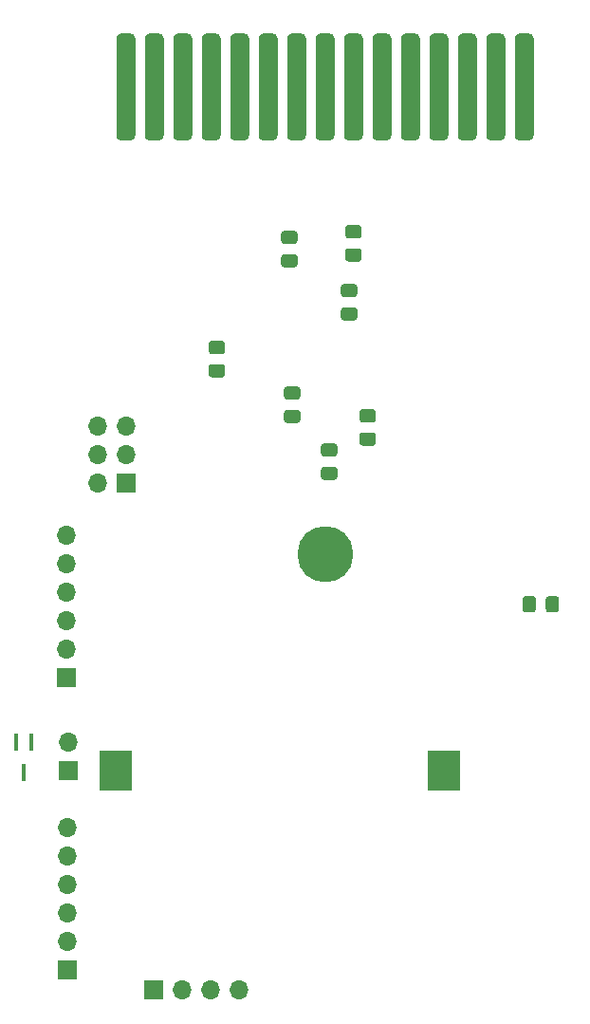
<source format=gbr>
%TF.GenerationSoftware,KiCad,Pcbnew,5.1.10-6.fc33*%
%TF.CreationDate,2021-09-12T19:05:31+02:00*%
%TF.ProjectId,xecar524,78656361-7235-4323-942e-6b696361645f,rev?*%
%TF.SameCoordinates,Original*%
%TF.FileFunction,Soldermask,Bot*%
%TF.FilePolarity,Negative*%
%FSLAX46Y46*%
G04 Gerber Fmt 4.6, Leading zero omitted, Abs format (unit mm)*
G04 Created by KiCad (PCBNEW 5.1.10-6.fc33) date 2021-09-12 19:05:31*
%MOMM*%
%LPD*%
G01*
G04 APERTURE LIST*
%ADD10O,1.700000X1.700000*%
%ADD11R,1.700000X1.700000*%
%ADD12R,0.450000X1.500000*%
%ADD13R,3.000000X3.600000*%
%ADD14C,5.000000*%
G04 APERTURE END LIST*
D10*
%TO.C,J4*%
X142367000Y-131064000D03*
X139827000Y-131064000D03*
X137287000Y-131064000D03*
D11*
X134747000Y-131064000D03*
%TD*%
D10*
%TO.C,J3*%
X129730500Y-80708500D03*
X132270500Y-80708500D03*
X129730500Y-83248500D03*
X132270500Y-83248500D03*
X129730500Y-85788500D03*
D11*
X132270500Y-85788500D03*
%TD*%
D10*
%TO.C,JP1*%
X127127000Y-108966000D03*
D11*
X127127000Y-111506000D03*
%TD*%
D10*
%TO.C,J2*%
X127000000Y-116586000D03*
X127000000Y-119126000D03*
X127000000Y-121666000D03*
X127000000Y-124206000D03*
X127000000Y-126746000D03*
D11*
X127000000Y-129286000D03*
%TD*%
D12*
%TO.C,D4*%
X123126500Y-111629500D03*
X123776500Y-108969500D03*
X122476500Y-108969500D03*
%TD*%
D13*
%TO.C,BT1*%
X131318000Y-111506000D03*
X160618000Y-111506000D03*
%TD*%
%TO.C,C10*%
G36*
G01*
X149906000Y-84372500D02*
X150856000Y-84372500D01*
G75*
G02*
X151106000Y-84622500I0J-250000D01*
G01*
X151106000Y-85297500D01*
G75*
G02*
X150856000Y-85547500I-250000J0D01*
G01*
X149906000Y-85547500D01*
G75*
G02*
X149656000Y-85297500I0J250000D01*
G01*
X149656000Y-84622500D01*
G75*
G02*
X149906000Y-84372500I250000J0D01*
G01*
G37*
G36*
G01*
X149906000Y-82297500D02*
X150856000Y-82297500D01*
G75*
G02*
X151106000Y-82547500I0J-250000D01*
G01*
X151106000Y-83222500D01*
G75*
G02*
X150856000Y-83472500I-250000J0D01*
G01*
X149906000Y-83472500D01*
G75*
G02*
X149656000Y-83222500I0J250000D01*
G01*
X149656000Y-82547500D01*
G75*
G02*
X149906000Y-82297500I250000J0D01*
G01*
G37*
%TD*%
%TO.C,C9*%
G36*
G01*
X168819500Y-96172000D02*
X168819500Y-97122000D01*
G75*
G02*
X168569500Y-97372000I-250000J0D01*
G01*
X167894500Y-97372000D01*
G75*
G02*
X167644500Y-97122000I0J250000D01*
G01*
X167644500Y-96172000D01*
G75*
G02*
X167894500Y-95922000I250000J0D01*
G01*
X168569500Y-95922000D01*
G75*
G02*
X168819500Y-96172000I0J-250000D01*
G01*
G37*
G36*
G01*
X170894500Y-96172000D02*
X170894500Y-97122000D01*
G75*
G02*
X170644500Y-97372000I-250000J0D01*
G01*
X169969500Y-97372000D01*
G75*
G02*
X169719500Y-97122000I0J250000D01*
G01*
X169719500Y-96172000D01*
G75*
G02*
X169969500Y-95922000I250000J0D01*
G01*
X170644500Y-95922000D01*
G75*
G02*
X170894500Y-96172000I0J-250000D01*
G01*
G37*
%TD*%
%TO.C,C8*%
G36*
G01*
X139873000Y-75228500D02*
X140823000Y-75228500D01*
G75*
G02*
X141073000Y-75478500I0J-250000D01*
G01*
X141073000Y-76153500D01*
G75*
G02*
X140823000Y-76403500I-250000J0D01*
G01*
X139873000Y-76403500D01*
G75*
G02*
X139623000Y-76153500I0J250000D01*
G01*
X139623000Y-75478500D01*
G75*
G02*
X139873000Y-75228500I250000J0D01*
G01*
G37*
G36*
G01*
X139873000Y-73153500D02*
X140823000Y-73153500D01*
G75*
G02*
X141073000Y-73403500I0J-250000D01*
G01*
X141073000Y-74078500D01*
G75*
G02*
X140823000Y-74328500I-250000J0D01*
G01*
X139873000Y-74328500D01*
G75*
G02*
X139623000Y-74078500I0J250000D01*
G01*
X139623000Y-73403500D01*
G75*
G02*
X139873000Y-73153500I250000J0D01*
G01*
G37*
%TD*%
%TO.C,C7*%
G36*
G01*
X153015000Y-63998500D02*
X152065000Y-63998500D01*
G75*
G02*
X151815000Y-63748500I0J250000D01*
G01*
X151815000Y-63073500D01*
G75*
G02*
X152065000Y-62823500I250000J0D01*
G01*
X153015000Y-62823500D01*
G75*
G02*
X153265000Y-63073500I0J-250000D01*
G01*
X153265000Y-63748500D01*
G75*
G02*
X153015000Y-63998500I-250000J0D01*
G01*
G37*
G36*
G01*
X153015000Y-66073500D02*
X152065000Y-66073500D01*
G75*
G02*
X151815000Y-65823500I0J250000D01*
G01*
X151815000Y-65148500D01*
G75*
G02*
X152065000Y-64898500I250000J0D01*
G01*
X153015000Y-64898500D01*
G75*
G02*
X153265000Y-65148500I0J-250000D01*
G01*
X153265000Y-65823500D01*
G75*
G02*
X153015000Y-66073500I-250000J0D01*
G01*
G37*
%TD*%
D11*
%TO.C,J1*%
X126936500Y-103220000D03*
D10*
X126936500Y-100680000D03*
X126936500Y-98140000D03*
X126936500Y-95600000D03*
X126936500Y-93060000D03*
X126936500Y-90520000D03*
%TD*%
%TO.C,U2*%
G36*
G01*
X166930000Y-54855000D02*
X166930000Y-46145000D01*
G75*
G02*
X167355000Y-45720000I425000J0D01*
G01*
X168205000Y-45720000D01*
G75*
G02*
X168630000Y-46145000I0J-425000D01*
G01*
X168630000Y-54855000D01*
G75*
G02*
X168205000Y-55280000I-425000J0D01*
G01*
X167355000Y-55280000D01*
G75*
G02*
X166930000Y-54855000I0J425000D01*
G01*
G37*
G36*
G01*
X164390000Y-54855000D02*
X164390000Y-46145000D01*
G75*
G02*
X164815000Y-45720000I425000J0D01*
G01*
X165665000Y-45720000D01*
G75*
G02*
X166090000Y-46145000I0J-425000D01*
G01*
X166090000Y-54855000D01*
G75*
G02*
X165665000Y-55280000I-425000J0D01*
G01*
X164815000Y-55280000D01*
G75*
G02*
X164390000Y-54855000I0J425000D01*
G01*
G37*
G36*
G01*
X161850000Y-54855000D02*
X161850000Y-46145000D01*
G75*
G02*
X162275000Y-45720000I425000J0D01*
G01*
X163125000Y-45720000D01*
G75*
G02*
X163550000Y-46145000I0J-425000D01*
G01*
X163550000Y-54855000D01*
G75*
G02*
X163125000Y-55280000I-425000J0D01*
G01*
X162275000Y-55280000D01*
G75*
G02*
X161850000Y-54855000I0J425000D01*
G01*
G37*
G36*
G01*
X159310000Y-54855000D02*
X159310000Y-46145000D01*
G75*
G02*
X159735000Y-45720000I425000J0D01*
G01*
X160585000Y-45720000D01*
G75*
G02*
X161010000Y-46145000I0J-425000D01*
G01*
X161010000Y-54855000D01*
G75*
G02*
X160585000Y-55280000I-425000J0D01*
G01*
X159735000Y-55280000D01*
G75*
G02*
X159310000Y-54855000I0J425000D01*
G01*
G37*
G36*
G01*
X156770000Y-54855000D02*
X156770000Y-46145000D01*
G75*
G02*
X157195000Y-45720000I425000J0D01*
G01*
X158045000Y-45720000D01*
G75*
G02*
X158470000Y-46145000I0J-425000D01*
G01*
X158470000Y-54855000D01*
G75*
G02*
X158045000Y-55280000I-425000J0D01*
G01*
X157195000Y-55280000D01*
G75*
G02*
X156770000Y-54855000I0J425000D01*
G01*
G37*
G36*
G01*
X154230000Y-54855000D02*
X154230000Y-46145000D01*
G75*
G02*
X154655000Y-45720000I425000J0D01*
G01*
X155505000Y-45720000D01*
G75*
G02*
X155930000Y-46145000I0J-425000D01*
G01*
X155930000Y-54855000D01*
G75*
G02*
X155505000Y-55280000I-425000J0D01*
G01*
X154655000Y-55280000D01*
G75*
G02*
X154230000Y-54855000I0J425000D01*
G01*
G37*
G36*
G01*
X151690000Y-54855000D02*
X151690000Y-46145000D01*
G75*
G02*
X152115000Y-45720000I425000J0D01*
G01*
X152965000Y-45720000D01*
G75*
G02*
X153390000Y-46145000I0J-425000D01*
G01*
X153390000Y-54855000D01*
G75*
G02*
X152965000Y-55280000I-425000J0D01*
G01*
X152115000Y-55280000D01*
G75*
G02*
X151690000Y-54855000I0J425000D01*
G01*
G37*
G36*
G01*
X149150000Y-54855000D02*
X149150000Y-46145000D01*
G75*
G02*
X149575000Y-45720000I425000J0D01*
G01*
X150425000Y-45720000D01*
G75*
G02*
X150850000Y-46145000I0J-425000D01*
G01*
X150850000Y-54855000D01*
G75*
G02*
X150425000Y-55280000I-425000J0D01*
G01*
X149575000Y-55280000D01*
G75*
G02*
X149150000Y-54855000I0J425000D01*
G01*
G37*
G36*
G01*
X146610000Y-54855000D02*
X146610000Y-46145000D01*
G75*
G02*
X147035000Y-45720000I425000J0D01*
G01*
X147885000Y-45720000D01*
G75*
G02*
X148310000Y-46145000I0J-425000D01*
G01*
X148310000Y-54855000D01*
G75*
G02*
X147885000Y-55280000I-425000J0D01*
G01*
X147035000Y-55280000D01*
G75*
G02*
X146610000Y-54855000I0J425000D01*
G01*
G37*
G36*
G01*
X144070000Y-54855000D02*
X144070000Y-46145000D01*
G75*
G02*
X144495000Y-45720000I425000J0D01*
G01*
X145345000Y-45720000D01*
G75*
G02*
X145770000Y-46145000I0J-425000D01*
G01*
X145770000Y-54855000D01*
G75*
G02*
X145345000Y-55280000I-425000J0D01*
G01*
X144495000Y-55280000D01*
G75*
G02*
X144070000Y-54855000I0J425000D01*
G01*
G37*
G36*
G01*
X141530000Y-54855000D02*
X141530000Y-46145000D01*
G75*
G02*
X141955000Y-45720000I425000J0D01*
G01*
X142805000Y-45720000D01*
G75*
G02*
X143230000Y-46145000I0J-425000D01*
G01*
X143230000Y-54855000D01*
G75*
G02*
X142805000Y-55280000I-425000J0D01*
G01*
X141955000Y-55280000D01*
G75*
G02*
X141530000Y-54855000I0J425000D01*
G01*
G37*
G36*
G01*
X138990000Y-54855000D02*
X138990000Y-46145000D01*
G75*
G02*
X139415000Y-45720000I425000J0D01*
G01*
X140265000Y-45720000D01*
G75*
G02*
X140690000Y-46145000I0J-425000D01*
G01*
X140690000Y-54855000D01*
G75*
G02*
X140265000Y-55280000I-425000J0D01*
G01*
X139415000Y-55280000D01*
G75*
G02*
X138990000Y-54855000I0J425000D01*
G01*
G37*
G36*
G01*
X136450000Y-54855000D02*
X136450000Y-46145000D01*
G75*
G02*
X136875000Y-45720000I425000J0D01*
G01*
X137725000Y-45720000D01*
G75*
G02*
X138150000Y-46145000I0J-425000D01*
G01*
X138150000Y-54855000D01*
G75*
G02*
X137725000Y-55280000I-425000J0D01*
G01*
X136875000Y-55280000D01*
G75*
G02*
X136450000Y-54855000I0J425000D01*
G01*
G37*
G36*
G01*
X133910000Y-54855000D02*
X133910000Y-46145000D01*
G75*
G02*
X134335000Y-45720000I425000J0D01*
G01*
X135185000Y-45720000D01*
G75*
G02*
X135610000Y-46145000I0J-425000D01*
G01*
X135610000Y-54855000D01*
G75*
G02*
X135185000Y-55280000I-425000J0D01*
G01*
X134335000Y-55280000D01*
G75*
G02*
X133910000Y-54855000I0J425000D01*
G01*
G37*
G36*
G01*
X131370000Y-54855000D02*
X131370000Y-46145000D01*
G75*
G02*
X131795000Y-45720000I425000J0D01*
G01*
X132645000Y-45720000D01*
G75*
G02*
X133070000Y-46145000I0J-425000D01*
G01*
X133070000Y-54855000D01*
G75*
G02*
X132645000Y-55280000I-425000J0D01*
G01*
X131795000Y-55280000D01*
G75*
G02*
X131370000Y-54855000I0J425000D01*
G01*
G37*
%TD*%
%TO.C,C6*%
G36*
G01*
X153335000Y-81324500D02*
X154285000Y-81324500D01*
G75*
G02*
X154535000Y-81574500I0J-250000D01*
G01*
X154535000Y-82249500D01*
G75*
G02*
X154285000Y-82499500I-250000J0D01*
G01*
X153335000Y-82499500D01*
G75*
G02*
X153085000Y-82249500I0J250000D01*
G01*
X153085000Y-81574500D01*
G75*
G02*
X153335000Y-81324500I250000J0D01*
G01*
G37*
G36*
G01*
X153335000Y-79249500D02*
X154285000Y-79249500D01*
G75*
G02*
X154535000Y-79499500I0J-250000D01*
G01*
X154535000Y-80174500D01*
G75*
G02*
X154285000Y-80424500I-250000J0D01*
G01*
X153335000Y-80424500D01*
G75*
G02*
X153085000Y-80174500I0J250000D01*
G01*
X153085000Y-79499500D01*
G75*
G02*
X153335000Y-79249500I250000J0D01*
G01*
G37*
%TD*%
%TO.C,C5*%
G36*
G01*
X146604000Y-79292500D02*
X147554000Y-79292500D01*
G75*
G02*
X147804000Y-79542500I0J-250000D01*
G01*
X147804000Y-80217500D01*
G75*
G02*
X147554000Y-80467500I-250000J0D01*
G01*
X146604000Y-80467500D01*
G75*
G02*
X146354000Y-80217500I0J250000D01*
G01*
X146354000Y-79542500D01*
G75*
G02*
X146604000Y-79292500I250000J0D01*
G01*
G37*
G36*
G01*
X146604000Y-77217500D02*
X147554000Y-77217500D01*
G75*
G02*
X147804000Y-77467500I0J-250000D01*
G01*
X147804000Y-78142500D01*
G75*
G02*
X147554000Y-78392500I-250000J0D01*
G01*
X146604000Y-78392500D01*
G75*
G02*
X146354000Y-78142500I0J250000D01*
G01*
X146354000Y-77467500D01*
G75*
G02*
X146604000Y-77217500I250000J0D01*
G01*
G37*
%TD*%
%TO.C,C4*%
G36*
G01*
X147300000Y-64506500D02*
X146350000Y-64506500D01*
G75*
G02*
X146100000Y-64256500I0J250000D01*
G01*
X146100000Y-63581500D01*
G75*
G02*
X146350000Y-63331500I250000J0D01*
G01*
X147300000Y-63331500D01*
G75*
G02*
X147550000Y-63581500I0J-250000D01*
G01*
X147550000Y-64256500D01*
G75*
G02*
X147300000Y-64506500I-250000J0D01*
G01*
G37*
G36*
G01*
X147300000Y-66581500D02*
X146350000Y-66581500D01*
G75*
G02*
X146100000Y-66331500I0J250000D01*
G01*
X146100000Y-65656500D01*
G75*
G02*
X146350000Y-65406500I250000J0D01*
G01*
X147300000Y-65406500D01*
G75*
G02*
X147550000Y-65656500I0J-250000D01*
G01*
X147550000Y-66331500D01*
G75*
G02*
X147300000Y-66581500I-250000J0D01*
G01*
G37*
%TD*%
%TO.C,C3*%
G36*
G01*
X151684000Y-70148500D02*
X152634000Y-70148500D01*
G75*
G02*
X152884000Y-70398500I0J-250000D01*
G01*
X152884000Y-71073500D01*
G75*
G02*
X152634000Y-71323500I-250000J0D01*
G01*
X151684000Y-71323500D01*
G75*
G02*
X151434000Y-71073500I0J250000D01*
G01*
X151434000Y-70398500D01*
G75*
G02*
X151684000Y-70148500I250000J0D01*
G01*
G37*
G36*
G01*
X151684000Y-68073500D02*
X152634000Y-68073500D01*
G75*
G02*
X152884000Y-68323500I0J-250000D01*
G01*
X152884000Y-68998500D01*
G75*
G02*
X152634000Y-69248500I-250000J0D01*
G01*
X151684000Y-69248500D01*
G75*
G02*
X151434000Y-68998500I0J250000D01*
G01*
X151434000Y-68323500D01*
G75*
G02*
X151684000Y-68073500I250000J0D01*
G01*
G37*
%TD*%
D14*
%TO.C,H1*%
X150000000Y-92174000D03*
%TD*%
M02*

</source>
